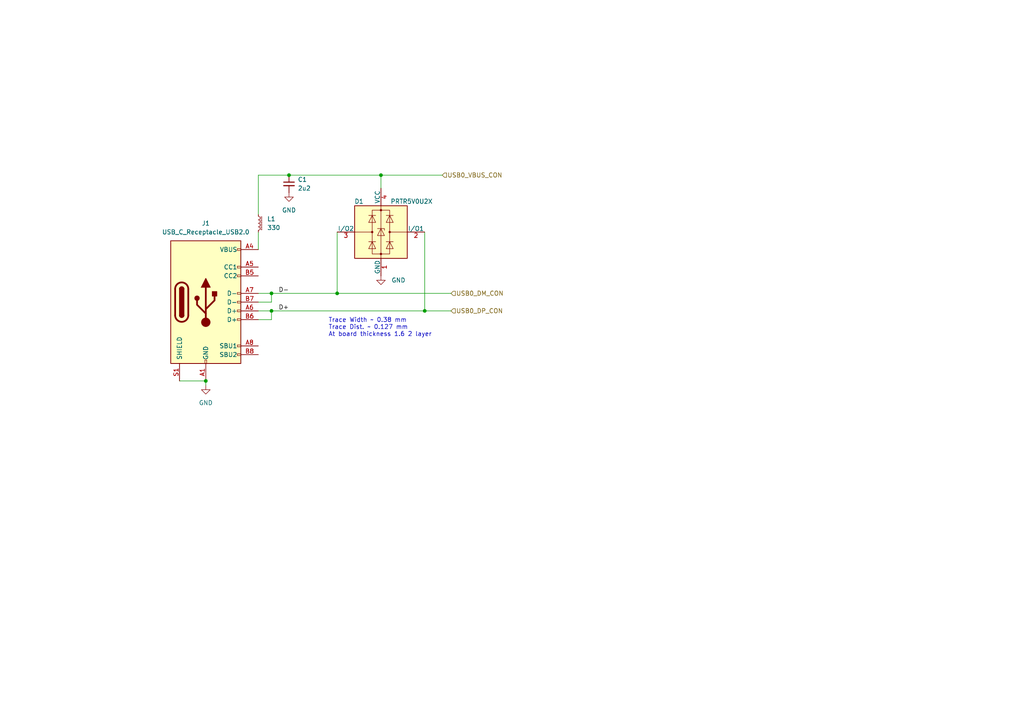
<source format=kicad_sch>
(kicad_sch (version 20211123) (generator eeschema)
  (paper "A4")
  (lib_symbols
    (symbol "Connector:USB_C_Receptacle_USB2.0" (pin_names (offset 1.016))
      (property "Reference" "J" (at -10.16 19.05 0))
      (property "Value" "USB_C_Receptacle_USB2.0" (at 19.05 19.05 0))
      (symbol "USB_C_Receptacle_USB2.0_0_0"
        (rectangle (start -0.254 -17.78) (end 0.254 -16.764))
        (rectangle (start 10.16 -14.986) (end 9.144 -15.494))
        (rectangle (start 10.16 -12.446) (end 9.144 -12.954))
        (rectangle (start 10.16 -4.826) (end 9.144 -5.334))
        (rectangle (start 10.16 -2.286) (end 9.144 -2.794))
        (rectangle (start 10.16 0.254) (end 9.144 -0.254))
        (rectangle (start 10.16 2.794) (end 9.144 2.286))
        (rectangle (start 10.16 7.874) (end 9.144 7.366))
        (rectangle (start 10.16 10.414) (end 9.144 9.906))
        (rectangle (start 10.16 15.494) (end 9.144 14.986))
      )
      (symbol "USB_C_Receptacle_USB2.0_0_1"
        (rectangle (start -10.16 17.78) (end 10.16 -17.78) (stroke (width 0.254)) (fill (type background)))
        (arc (start -8.89 -3.81) (mid -6.985 -5.715) (end -5.08 -3.81) (stroke (width 0.508)))
        (arc (start -7.62 -3.81) (mid -6.985 -4.445) (end -6.35 -3.81) (stroke (width 0.254)))
        (arc (start -7.62 -3.81) (mid -6.985 -4.445) (end -6.35 -3.81) (stroke (width 0.254)) (fill (type outline)))
        (rectangle (start -7.62 -3.81) (end -6.35 3.81) (stroke (width 0.254)) (fill (type outline)))
        (arc (start -6.35 3.81) (mid -6.985 4.445) (end -7.62 3.81) (stroke (width 0.254)))
        (arc (start -6.35 3.81) (mid -6.985 4.445) (end -7.62 3.81) (stroke (width 0.254)) (fill (type outline)))
        (arc (start -5.08 3.81) (mid -6.985 5.715) (end -8.89 3.81) (stroke (width 0.508)))
        (circle (center -2.54 1.143) (radius 0.635) (stroke (width 0.254)) (fill (type outline)))
        (circle (center 0 -5.842) (radius 1.27) (fill (type outline)))
        (polyline (pts (xy -8.89 -3.81) (xy -8.89 3.81)) (stroke (width 0.508)))
        (polyline (pts (xy -5.08 3.81) (xy -5.08 -3.81)) (stroke (width 0.508)))
        (polyline (pts (xy 0 -5.842) (xy 0 4.318)) (stroke (width 0.508)))
        (polyline (pts (xy 0 -3.302) (xy -2.54 -0.762) (xy -2.54 0.508)) (stroke (width 0.508)))
        (polyline (pts (xy 0 -2.032) (xy 2.54 0.508) (xy 2.54 1.778)) (stroke (width 0.508)))
        (polyline (pts (xy -1.27 4.318) (xy 0 6.858) (xy 1.27 4.318) (xy -1.27 4.318)) (stroke (width 0.254)) (fill (type outline)))
        (rectangle (start 1.905 1.778) (end 3.175 3.048) (stroke (width 0.254)) (fill (type outline)))
      )
      (symbol "USB_C_Receptacle_USB2.0_1_1"
        (pin passive line (at 0 -22.86 90) (length 5.08) (name "GND") (number "A1"))
        (pin passive line (at 0 -22.86 90) (length 5.08) hide (name "GND") (number "A12"))
        (pin passive line (at 15.24 15.24 180) (length 5.08) (name "VBUS") (number "A4"))
        (pin bidirectional line (at 15.24 10.16 180) (length 5.08) (name "CC1") (number "A5"))
        (pin bidirectional line (at 15.24 -2.54 180) (length 5.08) (name "D+") (number "A6"))
        (pin bidirectional line (at 15.24 2.54 180) (length 5.08) (name "D-") (number "A7"))
        (pin bidirectional line (at 15.24 -12.7 180) (length 5.08) (name "SBU1") (number "A8"))
        (pin passive line (at 15.24 15.24 180) (length 5.08) hide (name "VBUS") (number "A9"))
        (pin passive line (at 0 -22.86 90) (length 5.08) hide (name "GND") (number "B1"))
        (pin passive line (at 0 -22.86 90) (length 5.08) hide (name "GND") (number "B12"))
        (pin passive line (at 15.24 15.24 180) (length 5.08) hide (name "VBUS") (number "B4"))
        (pin bidirectional line (at 15.24 7.62 180) (length 5.08) (name "CC2") (number "B5"))
        (pin bidirectional line (at 15.24 -5.08 180) (length 5.08) (name "D+") (number "B6"))
        (pin bidirectional line (at 15.24 0 180) (length 5.08) (name "D-") (number "B7"))
        (pin bidirectional line (at 15.24 -15.24 180) (length 5.08) (name "SBU2") (number "B8"))
        (pin passive line (at 15.24 15.24 180) (length 5.08) hide (name "VBUS") (number "B9"))
        (pin passive line (at -7.62 -22.86 90) (length 5.08) (name "SHIELD") (number "S1"))
      )
    )
    (symbol "Device:C_Small" (pin_numbers hide) (pin_names (offset 0.254) hide)
      (property "Reference" "C" (at 0.254 1.778 0))
      (property "Value" "C_Small" (at 0.254 -2.032 0))
      (symbol "C_Small_0_1"
        (polyline (pts (xy -1.524 -0.508) (xy 1.524 -0.508)) (stroke (width 0.3302)))
        (polyline (pts (xy -1.524 0.508) (xy 1.524 0.508)) (stroke (width 0.3048)))
      )
      (symbol "C_Small_1_1"
        (pin passive line (at 0 2.54 270) (length 2.032) (name "~") (number "1"))
        (pin passive line (at 0 -2.54 90) (length 2.032) (name "~") (number "2"))
      )
    )
    (symbol "Device:L_Ferrite_Small" (pin_numbers hide) (pin_names (offset 0.254) hide)
      (property "Reference" "L" (at 1.27 1.016 0))
      (property "Value" "L_Ferrite_Small" (at 1.27 -1.27 0))
      (symbol "L_Ferrite_Small_0_1"
        (arc (start 0 -2.032) (mid 0.508 -1.524) (end 0 -1.016))
        (arc (start 0 -1.016) (mid 0.508 -0.508) (end 0 0))
        (polyline (pts (xy 0.762 -1.905) (xy 0.762 -1.651)))
        (polyline (pts (xy 0.762 -1.397) (xy 0.762 -1.143)))
        (polyline (pts (xy 0.762 -0.889) (xy 0.762 -0.635)))
        (polyline (pts (xy 0.762 -0.381) (xy 0.762 -0.127)))
        (polyline (pts (xy 0.762 0.127) (xy 0.762 0.381)))
        (polyline (pts (xy 0.762 0.635) (xy 0.762 0.889)))
        (polyline (pts (xy 0.762 1.143) (xy 0.762 1.397)))
        (polyline (pts (xy 0.762 1.651) (xy 0.762 1.905)))
        (polyline (pts (xy 1.016 -1.651) (xy 1.016 -1.905)))
        (polyline (pts (xy 1.016 -1.143) (xy 1.016 -1.397)))
        (polyline (pts (xy 1.016 -0.635) (xy 1.016 -0.889)))
        (polyline (pts (xy 1.016 -0.127) (xy 1.016 -0.381)))
        (polyline (pts (xy 1.016 0.381) (xy 1.016 0.127)))
        (polyline (pts (xy 1.016 0.889) (xy 1.016 0.635)))
        (polyline (pts (xy 1.016 1.397) (xy 1.016 1.143)))
        (polyline (pts (xy 1.016 1.905) (xy 1.016 1.651)))
        (arc (start 0 0) (mid 0.508 0.508) (end 0 1.016))
        (arc (start 0 1.016) (mid 0.508 1.524) (end 0 2.032))
      )
      (symbol "L_Ferrite_Small_1_1"
        (pin passive line (at 0 2.54 270) (length 0.508) (name "~") (number "1"))
        (pin passive line (at 0 -2.54 90) (length 0.508) (name "~") (number "2"))
      )
    )
    (symbol "Power_Protection:PRTR5V0U2X" (pin_names (offset 0))
      (property "Reference" "D" (at 2.794 8.636 0))
      (property "Value" "PRTR5V0U2X" (at 8.128 -9.398 0))
      (symbol "PRTR5V0U2X_0_1"
        (rectangle (start -7.62 -7.62) (end 7.62 7.62) (stroke (width 0.254)) (fill (type background)))
        (circle (center -2.54 0) (radius 0.254) (fill (type outline)))
        (rectangle (start -2.54 6.35) (end 2.54 -6.35))
        (circle (center 0 -6.35) (radius 0.254) (fill (type outline)))
        (polyline (pts (xy -2.54 0) (xy -7.62 0)))
        (polyline (pts (xy -1.524 -2.794) (xy -3.556 -2.794)))
        (polyline (pts (xy -1.524 4.826) (xy -3.556 4.826)))
        (polyline (pts (xy 0 -7.62) (xy 0 7.62)))
        (polyline (pts (xy 1.524 -2.794) (xy 3.556 -2.794)))
        (polyline (pts (xy 1.524 4.826) (xy 3.556 4.826)))
        (polyline (pts (xy 2.54 0) (xy 7.62 0)))
        (polyline (pts (xy 1.016 1.016) (xy -1.016 1.016) (xy -1.016 0.508)))
        (polyline (pts (xy -3.556 -4.826) (xy -1.524 -4.826) (xy -2.54 -2.794) (xy -3.556 -4.826)))
        (polyline (pts (xy -3.556 2.794) (xy -1.524 2.794) (xy -2.54 4.826) (xy -3.556 2.794)))
        (polyline (pts (xy -1.016 -1.016) (xy 1.016 -1.016) (xy 0 1.016) (xy -1.016 -1.016)))
        (polyline (pts (xy 3.556 -4.826) (xy 1.524 -4.826) (xy 2.54 -2.794) (xy 3.556 -4.826)))
        (polyline (pts (xy 3.556 2.794) (xy 1.524 2.794) (xy 2.54 4.826) (xy 3.556 2.794)))
        (circle (center 0 6.35) (radius 0.254) (fill (type outline)))
        (circle (center 2.54 0) (radius 0.254) (fill (type outline)))
      )
      (symbol "PRTR5V0U2X_1_1"
        (pin passive line (at 0 -12.7 90) (length 5.08) (name "GND") (number "1"))
        (pin passive line (at -12.7 0 0) (length 5.08) (name "I/O1") (number "2"))
        (pin passive line (at 12.7 0 180) (length 5.08) (name "I/O2") (number "3"))
        (pin passive line (at 0 12.7 270) (length 5.08) (name "VCC") (number "4"))
      )
    )
    (symbol "power:GND" (power) (pin_names (offset 0))
      (property "Value" "GND" (at 0 -3.81 0))
      (symbol "GND_0_1"
        (polyline (pts (xy 0 0) (xy 0 -1.27) (xy 1.27 -1.27) (xy 0 -2.54) (xy -1.27 -1.27) (xy 0 -1.27)))
      )
      (symbol "GND_1_1"
        (pin power_in line (at 0 0 270) (length 0) hide (name "GND") (number "1"))
      )
    )
  )
  (junction (at 123.19 90.17))
  (junction (at 59.69 110.49))
  (junction (at 83.82 50.8))
  (junction (at 78.74 85.09))
  (junction (at 110.49 50.8))
  (junction (at 97.79 85.09))
  (junction (at 78.74 90.17))
  (wire (pts (xy 110.49 50.8) (xy 128.27 50.8)))
  (wire (pts (xy 78.74 87.63) (xy 78.74 85.09)))
  (wire (pts (xy 78.74 85.09) (xy 97.79 85.09)))
  (wire (pts (xy 52.07 110.49) (xy 59.69 110.49)))
  (wire (pts (xy 78.74 92.71) (xy 78.74 90.17)))
  (wire (pts (xy 123.19 67.31) (xy 123.19 90.17)))
  (wire (pts (xy 110.49 54.61) (xy 110.49 50.8)))
  (wire (pts (xy 74.93 67.31) (xy 74.93 72.39)))
  (wire (pts (xy 83.82 50.8) (xy 110.49 50.8)))
  (wire (pts (xy 74.93 92.71) (xy 78.74 92.71)))
  (wire (pts (xy 78.74 90.17) (xy 123.19 90.17)))
  (wire (pts (xy 78.74 90.17) (xy 74.93 90.17)))
  (wire (pts (xy 123.19 90.17) (xy 130.81 90.17)))
  (wire (pts (xy 74.93 50.8) (xy 83.82 50.8)))
  (wire (pts (xy 78.74 85.09) (xy 74.93 85.09)))
  (wire (pts (xy 97.79 85.09) (xy 130.81 85.09)))
  (wire (pts (xy 97.79 67.31) (xy 97.79 85.09)))
  (wire (pts (xy 74.93 87.63) (xy 78.74 87.63)))
  (wire (pts (xy 59.69 110.49) (xy 59.69 111.76)))
  (wire (pts (xy 74.93 50.8) (xy 74.93 62.23)))
  (text "Trace Width ~ 0.38 mm\nTrace Dist. ~ 0.127 mm\nAt board thickness 1.6 2 layer" (at 95.25 97.79 0) (effects (font (size 1.27 1.27)) (justify left bottom)))
  (label "D+" (at 83.82 90.17 180))
  (label "D-" (at 83.82 85.09 180))
  (hierarchical_label "USB0_VBUS_CON" (shape input) (at 128.27 50.8 0))
  (hierarchical_label "USB0_DP_CON" (shape input) (at 130.81 90.17 0))
  (hierarchical_label "USB0_DM_CON" (shape input) (at 130.81 85.09 0))
  (symbol (lib_id "power:GND") (at 59.69 111.76 0) (unit 1)
    (property "Reference" "#PWR06" (effects hide))
    (property "Value" "GND" (at 59.69 116.84 0))
  )
  (symbol (lib_id "Device:L_Ferrite_Small") (at 74.93 64.77 0) (unit 1)
    (property "Reference" "L1" (at 77.47 63.4999 0) (effects (justify left)))
    (property "Value" "330" (at 77.47 66.0399 0) (effects (justify left)))
    (property "Footprint" "Inductor_SMD:L_1210_3225Metric" (effects hide))
  )
  (symbol (lib_id "power:GND") (at 83.82 55.88 0) (unit 1)
    (property "Reference" "#PWR07" (effects hide))
    (property "Value" "GND" (at 83.82 60.96 0))
  )
  (symbol (lib_id "power:GND") (at 110.49 80.01 0) (unit 1)
    (property "Reference" "#PWR08" (effects hide))
    (property "Value" "GND" (at 115.57 81.28 0))
  )
  (symbol (lib_id "Device:C_Small") (at 83.82 53.34 0) (unit 1)
    (property "Reference" "C1" (at 86.36 52.0762 0) (effects (justify left)))
    (property "Value" "2u2" (at 86.36 54.6162 0) (effects (justify left)))
    (property "Footprint" "Capacitor_SMD:C_0805_2012Metric" (effects hide))
  )
  (symbol (lib_id "Connector:USB_C_Receptacle_USB2.0") (at 59.69 87.63 0) (unit 1)
    (property "Reference" "J1" (at 59.69 64.77 0))
    (property "Value" "USB_C_Receptacle_USB2.0" (at 59.69 67.31 0))
    (property "Footprint" "Connector_USB:USB_C_Receptacle_HRO_TYPE-C-31-M-12" (effects hide))
    (property "Datasheet" "https://www.usb.org/sites/default/files/documents/usb_type-c.zip" (effects hide))
  )
  (symbol (lib_id "Power_Protection:PRTR5V0U2X") (at 110.49 67.31 0) (mirror y) (unit 1)
    (property "Reference" "D1" (at 104.14 58.42 0))
    (property "Value" "PRTR5V0U2X" (at 119.38 58.42 0))
    (property "Footprint" "Package_TO_SOT_SMD:SOT-143" (effects hide))
    (property "Datasheet" "https://assets.nexperia.com/documents/data-sheet/PRTR5V0U2X.pdf" (effects hide))
  )
)
</source>
